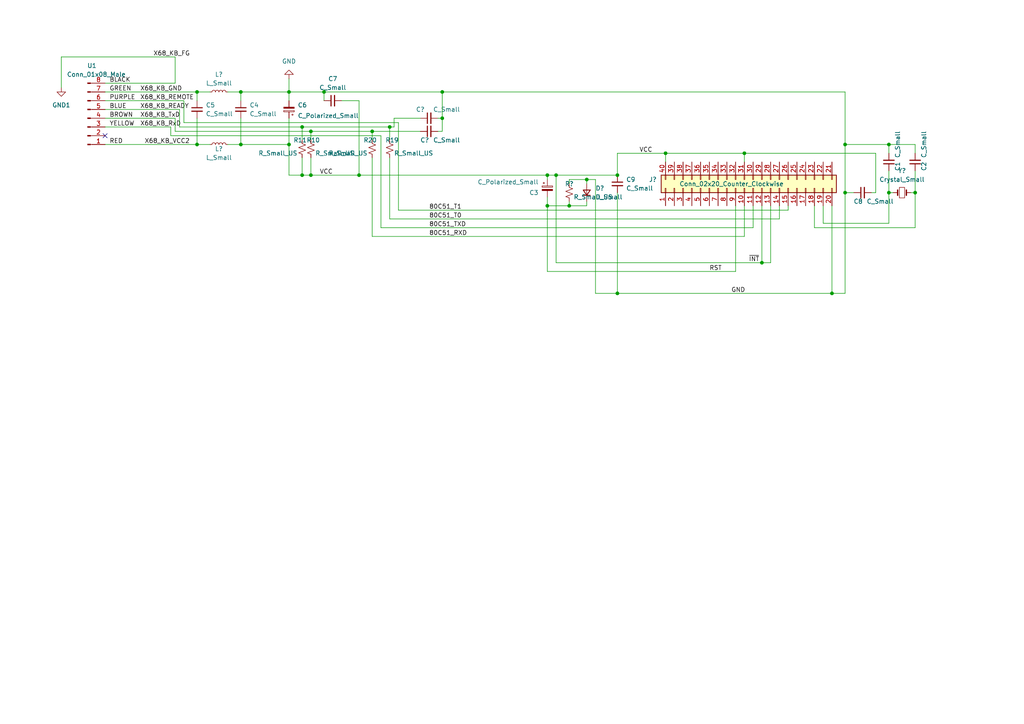
<source format=kicad_sch>
(kicad_sch (version 20211123) (generator eeschema)
  (paper "A4")
  (lib_symbols
    (symbol "Connector:Conn_01x08_Male" (pin_names (offset 1.016) hide)
      (property "Reference" "J" (at 0 10.16 0))
      (property "Value" "Conn_01x08_Male" (at 0 -12.7 0))
      (symbol "Conn_01x08_Male_1_1"
        (polyline (pts (xy 1.27 -10.16) (xy 0.8636 -10.16)) (stroke (width 0.1524)))
        (polyline (pts (xy 1.27 -7.62) (xy 0.8636 -7.62)) (stroke (width 0.1524)))
        (polyline (pts (xy 1.27 -5.08) (xy 0.8636 -5.08)) (stroke (width 0.1524)))
        (polyline (pts (xy 1.27 -2.54) (xy 0.8636 -2.54)) (stroke (width 0.1524)))
        (polyline (pts (xy 1.27 0) (xy 0.8636 0)) (stroke (width 0.1524)))
        (polyline (pts (xy 1.27 2.54) (xy 0.8636 2.54)) (stroke (width 0.1524)))
        (polyline (pts (xy 1.27 5.08) (xy 0.8636 5.08)) (stroke (width 0.1524)))
        (polyline (pts (xy 1.27 7.62) (xy 0.8636 7.62)) (stroke (width 0.1524)))
        (rectangle (start 0.8636 -10.033) (end 0 -10.287) (stroke (width 0.1524)) (fill (type outline)))
        (rectangle (start 0.8636 -7.493) (end 0 -7.747) (stroke (width 0.1524)) (fill (type outline)))
        (rectangle (start 0.8636 -4.953) (end 0 -5.207) (stroke (width 0.1524)) (fill (type outline)))
        (rectangle (start 0.8636 -2.413) (end 0 -2.667) (stroke (width 0.1524)) (fill (type outline)))
        (rectangle (start 0.8636 0.127) (end 0 -0.127) (stroke (width 0.1524)) (fill (type outline)))
        (rectangle (start 0.8636 2.667) (end 0 2.413) (stroke (width 0.1524)) (fill (type outline)))
        (rectangle (start 0.8636 5.207) (end 0 4.953) (stroke (width 0.1524)) (fill (type outline)))
        (rectangle (start 0.8636 7.747) (end 0 7.493) (stroke (width 0.1524)) (fill (type outline)))
        (pin passive line (at 5.08 7.62 180) (length 3.81) (name "Pin_1") (number "1"))
        (pin passive line (at 5.08 5.08 180) (length 3.81) (name "Pin_2") (number "2"))
        (pin passive line (at 5.08 2.54 180) (length 3.81) (name "Pin_3") (number "3"))
        (pin passive line (at 5.08 0 180) (length 3.81) (name "Pin_4") (number "4"))
        (pin passive line (at 5.08 -2.54 180) (length 3.81) (name "Pin_5") (number "5"))
        (pin passive line (at 5.08 -5.08 180) (length 3.81) (name "Pin_6") (number "6"))
        (pin passive line (at 5.08 -7.62 180) (length 3.81) (name "Pin_7") (number "7"))
        (pin passive line (at 5.08 -10.16 180) (length 3.81) (name "Pin_8") (number "8"))
      )
    )
    (symbol "Connector_Generic:Conn_02x20_Counter_Clockwise" (pin_names (offset 1.016) hide)
      (property "Reference" "J" (at 1.27 25.4 0))
      (property "Value" "Conn_02x20_Counter_Clockwise" (at 1.27 -27.94 0))
      (symbol "Conn_02x20_Counter_Clockwise_1_1"
        (rectangle (start -1.27 -25.273) (end 0 -25.527) (stroke (width 0.1524)))
        (rectangle (start -1.27 -22.733) (end 0 -22.987) (stroke (width 0.1524)))
        (rectangle (start -1.27 -20.193) (end 0 -20.447) (stroke (width 0.1524)))
        (rectangle (start -1.27 -17.653) (end 0 -17.907) (stroke (width 0.1524)))
        (rectangle (start -1.27 -15.113) (end 0 -15.367) (stroke (width 0.1524)))
        (rectangle (start -1.27 -12.573) (end 0 -12.827) (stroke (width 0.1524)))
        (rectangle (start -1.27 -10.033) (end 0 -10.287) (stroke (width 0.1524)))
        (rectangle (start -1.27 -7.493) (end 0 -7.747) (stroke (width 0.1524)))
        (rectangle (start -1.27 -4.953) (end 0 -5.207) (stroke (width 0.1524)))
        (rectangle (start -1.27 -2.413) (end 0 -2.667) (stroke (width 0.1524)))
        (rectangle (start -1.27 0.127) (end 0 -0.127) (stroke (width 0.1524)))
        (rectangle (start -1.27 2.667) (end 0 2.413) (stroke (width 0.1524)))
        (rectangle (start -1.27 5.207) (end 0 4.953) (stroke (width 0.1524)))
        (rectangle (start -1.27 7.747) (end 0 7.493) (stroke (width 0.1524)))
        (rectangle (start -1.27 10.287) (end 0 10.033) (stroke (width 0.1524)))
        (rectangle (start -1.27 12.827) (end 0 12.573) (stroke (width 0.1524)))
        (rectangle (start -1.27 15.367) (end 0 15.113) (stroke (width 0.1524)))
        (rectangle (start -1.27 17.907) (end 0 17.653) (stroke (width 0.1524)))
        (rectangle (start -1.27 20.447) (end 0 20.193) (stroke (width 0.1524)))
        (rectangle (start -1.27 22.987) (end 0 22.733) (stroke (width 0.1524)))
        (rectangle (start -1.27 24.13) (end 3.81 -26.67) (stroke (width 0.254)) (fill (type background)))
        (rectangle (start 3.81 -25.273) (end 2.54 -25.527) (stroke (width 0.1524)))
        (rectangle (start 3.81 -22.733) (end 2.54 -22.987) (stroke (width 0.1524)))
        (rectangle (start 3.81 -20.193) (end 2.54 -20.447) (stroke (width 0.1524)))
        (rectangle (start 3.81 -17.653) (end 2.54 -17.907) (stroke (width 0.1524)))
        (rectangle (start 3.81 -15.113) (end 2.54 -15.367) (stroke (width 0.1524)))
        (rectangle (start 3.81 -12.573) (end 2.54 -12.827) (stroke (width 0.1524)))
        (rectangle (start 3.81 -10.033) (end 2.54 -10.287) (stroke (width 0.1524)))
        (rectangle (start 3.81 -7.493) (end 2.54 -7.747) (stroke (width 0.1524)))
        (rectangle (start 3.81 -4.953) (end 2.54 -5.207) (stroke (width 0.1524)))
        (rectangle (start 3.81 -2.413) (end 2.54 -2.667) (stroke (width 0.1524)))
        (rectangle (start 3.81 0.127) (end 2.54 -0.127) (stroke (width 0.1524)))
        (rectangle (start 3.81 2.667) (end 2.54 2.413) (stroke (width 0.1524)))
        (rectangle (start 3.81 5.207) (end 2.54 4.953) (stroke (width 0.1524)))
        (rectangle (start 3.81 7.747) (end 2.54 7.493) (stroke (width 0.1524)))
        (rectangle (start 3.81 10.287) (end 2.54 10.033) (stroke (width 0.1524)))
        (rectangle (start 3.81 12.827) (end 2.54 12.573) (stroke (width 0.1524)))
        (rectangle (start 3.81 15.367) (end 2.54 15.113) (stroke (width 0.1524)))
        (rectangle (start 3.81 17.907) (end 2.54 17.653) (stroke (width 0.1524)))
        (rectangle (start 3.81 20.447) (end 2.54 20.193) (stroke (width 0.1524)))
        (rectangle (start 3.81 22.987) (end 2.54 22.733) (stroke (width 0.1524)))
        (pin passive line (at -5.08 22.86 0) (length 3.81) (name "Pin_1") (number "1"))
        (pin passive line (at -5.08 0 0) (length 3.81) (name "Pin_10") (number "10"))
        (pin passive line (at -5.08 -2.54 0) (length 3.81) (name "Pin_11") (number "11"))
        (pin passive line (at -5.08 -5.08 0) (length 3.81) (name "Pin_12") (number "12"))
        (pin passive line (at -5.08 -7.62 0) (length 3.81) (name "Pin_13") (number "13"))
        (pin passive line (at -5.08 -10.16 0) (length 3.81) (name "Pin_14") (number "14"))
        (pin passive line (at -5.08 -12.7 0) (length 3.81) (name "Pin_15") (number "15"))
        (pin passive line (at -5.08 -15.24 0) (length 3.81) (name "Pin_16") (number "16"))
        (pin passive line (at -5.08 -17.78 0) (length 3.81) (name "Pin_17") (number "17"))
        (pin passive line (at -5.08 -20.32 0) (length 3.81) (name "Pin_18") (number "18"))
        (pin passive line (at -5.08 -22.86 0) (length 3.81) (name "Pin_19") (number "19"))
        (pin passive line (at -5.08 20.32 0) (length 3.81) (name "Pin_2") (number "2"))
        (pin passive line (at -5.08 -25.4 0) (length 3.81) (name "Pin_20") (number "20"))
        (pin passive line (at 7.62 -25.4 180) (length 3.81) (name "Pin_21") (number "21"))
        (pin passive line (at 7.62 -22.86 180) (length 3.81) (name "Pin_22") (number "22"))
        (pin passive line (at 7.62 -20.32 180) (length 3.81) (name "Pin_23") (number "23"))
        (pin passive line (at 7.62 -17.78 180) (length 3.81) (name "Pin_24") (number "24"))
        (pin passive line (at 7.62 -15.24 180) (length 3.81) (name "Pin_25") (number "25"))
        (pin passive line (at 7.62 -12.7 180) (length 3.81) (name "Pin_26") (number "26"))
        (pin passive line (at 7.62 -10.16 180) (length 3.81) (name "Pin_27") (number "27"))
        (pin passive line (at 7.62 -7.62 180) (length 3.81) (name "Pin_28") (number "28"))
        (pin passive line (at 7.62 -5.08 180) (length 3.81) (name "Pin_29") (number "29"))
        (pin passive line (at -5.08 17.78 0) (length 3.81) (name "Pin_3") (number "3"))
        (pin passive line (at 7.62 -2.54 180) (length 3.81) (name "Pin_30") (number "30"))
        (pin passive line (at 7.62 0 180) (length 3.81) (name "Pin_31") (number "31"))
        (pin passive line (at 7.62 2.54 180) (length 3.81) (name "Pin_32") (number "32"))
        (pin passive line (at 7.62 5.08 180) (length 3.81) (name "Pin_33") (number "33"))
        (pin passive line (at 7.62 7.62 180) (length 3.81) (name "Pin_34") (number "34"))
        (pin passive line (at 7.62 10.16 180) (length 3.81) (name "Pin_35") (number "35"))
        (pin passive line (at 7.62 12.7 180) (length 3.81) (name "Pin_36") (number "36"))
        (pin passive line (at 7.62 15.24 180) (length 3.81) (name "Pin_37") (number "37"))
        (pin passive line (at 7.62 17.78 180) (length 3.81) (name "Pin_38") (number "38"))
        (pin passive line (at 7.62 20.32 180) (length 3.81) (name "Pin_39") (number "39"))
        (pin passive line (at -5.08 15.24 0) (length 3.81) (name "Pin_4") (number "4"))
        (pin passive line (at 7.62 22.86 180) (length 3.81) (name "Pin_40") (number "40"))
        (pin passive line (at -5.08 12.7 0) (length 3.81) (name "Pin_5") (number "5"))
        (pin passive line (at -5.08 10.16 0) (length 3.81) (name "Pin_6") (number "6"))
        (pin passive line (at -5.08 7.62 0) (length 3.81) (name "Pin_7") (number "7"))
        (pin passive line (at -5.08 5.08 0) (length 3.81) (name "Pin_8") (number "8"))
        (pin passive line (at -5.08 2.54 0) (length 3.81) (name "Pin_9") (number "9"))
      )
    )
    (symbol "Device:C_Polarized_Small" (pin_numbers hide) (pin_names (offset 0.254) hide)
      (property "Reference" "C" (at 0.254 1.778 0))
      (property "Value" "C_Polarized_Small" (at 0.254 -2.032 0))
      (symbol "C_Polarized_Small_0_1"
        (rectangle (start -1.524 -0.3048) (end 1.524 -0.6858) (fill (type outline)))
        (rectangle (start -1.524 0.6858) (end 1.524 0.3048))
        (polyline (pts (xy -1.27 1.524) (xy -0.762 1.524)))
        (polyline (pts (xy -1.016 1.27) (xy -1.016 1.778)))
      )
      (symbol "C_Polarized_Small_1_1"
        (pin passive line (at 0 2.54 270) (length 1.8542) (name "~") (number "1"))
        (pin passive line (at 0 -2.54 90) (length 1.8542) (name "~") (number "2"))
      )
    )
    (symbol "Device:C_Small" (pin_numbers hide) (pin_names (offset 0.254) hide)
      (property "Reference" "C" (at 0.254 1.778 0))
      (property "Value" "C_Small" (at 0.254 -2.032 0))
      (symbol "C_Small_0_1"
        (polyline (pts (xy -1.524 -0.508) (xy 1.524 -0.508)) (stroke (width 0.3302)))
        (polyline (pts (xy -1.524 0.508) (xy 1.524 0.508)) (stroke (width 0.3048)))
      )
      (symbol "C_Small_1_1"
        (pin passive line (at 0 2.54 270) (length 2.032) (name "~") (number "1"))
        (pin passive line (at 0 -2.54 90) (length 2.032) (name "~") (number "2"))
      )
    )
    (symbol "Device:Crystal_Small" (pin_numbers hide) (pin_names (offset 1.016) hide)
      (property "Reference" "Y" (at 0 2.54 0))
      (property "Value" "Crystal_Small" (at 0 -2.54 0))
      (symbol "Crystal_Small_0_1"
        (rectangle (start -0.762 -1.524) (end 0.762 1.524))
        (polyline (pts (xy -1.27 -0.762) (xy -1.27 0.762)) (stroke (width 0.381)))
        (polyline (pts (xy 1.27 -0.762) (xy 1.27 0.762)) (stroke (width 0.381)))
      )
      (symbol "Crystal_Small_1_1"
        (pin passive line (at -2.54 0 0) (length 1.27) (name "1") (number "1"))
        (pin passive line (at 2.54 0 180) (length 1.27) (name "2") (number "2"))
      )
    )
    (symbol "Device:D_Small" (pin_numbers hide) (pin_names (offset 0.254) hide)
      (property "Reference" "D" (at -1.27 2.032 0))
      (property "Value" "D_Small" (at -3.81 -2.032 0))
      (symbol "D_Small_0_1"
        (polyline (pts (xy -0.762 -1.016) (xy -0.762 1.016)) (stroke (width 0.254)))
        (polyline (pts (xy -0.762 0) (xy 0.762 0)))
        (polyline (pts (xy 0.762 -1.016) (xy -0.762 0) (xy 0.762 1.016) (xy 0.762 -1.016)) (stroke (width 0.254)))
      )
      (symbol "D_Small_1_1"
        (pin passive line (at -2.54 0 0) (length 1.778) (name "K") (number "1"))
        (pin passive line (at 2.54 0 180) (length 1.778) (name "A") (number "2"))
      )
    )
    (symbol "Device:L_Small" (pin_numbers hide) (pin_names (offset 0.254) hide)
      (property "Reference" "L" (at 0.762 1.016 0))
      (property "Value" "L_Small" (at 0.762 -1.016 0))
      (symbol "L_Small_0_1"
        (arc (start 0 -2.032) (mid 0.508 -1.524) (end 0 -1.016))
        (arc (start 0 -1.016) (mid 0.508 -0.508) (end 0 0))
        (arc (start 0 0) (mid 0.508 0.508) (end 0 1.016))
        (arc (start 0 1.016) (mid 0.508 1.524) (end 0 2.032))
      )
      (symbol "L_Small_1_1"
        (pin passive line (at 0 2.54 270) (length 0.508) (name "~") (number "1"))
        (pin passive line (at 0 -2.54 90) (length 0.508) (name "~") (number "2"))
      )
    )
    (symbol "Device:R_Small_US" (pin_numbers hide) (pin_names (offset 0.254) hide)
      (property "Reference" "R" (at 0.762 0.508 0))
      (property "Value" "R_Small_US" (at 0.762 -1.016 0))
      (symbol "R_Small_US_1_1"
        (polyline (pts (xy 0 0) (xy 1.016 -0.381) (xy 0 -0.762) (xy -1.016 -1.143) (xy 0 -1.524)))
        (polyline (pts (xy 0 1.524) (xy 1.016 1.143) (xy 0 0.762) (xy -1.016 0.381) (xy 0 0)))
        (pin passive line (at 0 2.54 270) (length 1.016) (name "~") (number "1"))
        (pin passive line (at 0 -2.54 90) (length 1.016) (name "~") (number "2"))
      )
    )
    (symbol "power:GND" (power) (pin_names (offset 0))
      (property "Value" "GND" (at 0 -3.81 0))
      (symbol "GND_0_1"
        (polyline (pts (xy 0 0) (xy 0 -1.27) (xy 1.27 -1.27) (xy 0 -2.54) (xy -1.27 -1.27) (xy 0 -1.27)))
      )
      (symbol "GND_1_1"
        (pin power_in line (at 0 0 270) (length 0) hide (name "GND") (number "1"))
      )
    )
    (symbol "power:GND1" (power) (pin_names (offset 0))
      (property "Value" "GND1" (at 0 -3.81 0))
      (symbol "GND1_0_1"
        (polyline (pts (xy 0 0) (xy 0 -1.27) (xy 1.27 -1.27) (xy 0 -2.54) (xy -1.27 -1.27) (xy 0 -1.27)))
      )
      (symbol "GND1_1_1"
        (pin power_in line (at 0 0 270) (length 0) hide (name "GND1") (number "1"))
      )
    )
  )
  (junction (at 179.07 85.09))
  (junction (at 158.75 59.69))
  (junction (at 220.98 76.2))
  (junction (at 83.82 26.67))
  (junction (at 257.81 41.91))
  (junction (at 215.9 44.45))
  (junction (at 90.17 38.1))
  (junction (at 170.18 52.07))
  (junction (at 104.14 50.8))
  (junction (at 69.85 41.91))
  (junction (at 245.11 55.88))
  (junction (at 241.3 85.09))
  (junction (at 179.07 50.8))
  (junction (at 87.63 36.83))
  (junction (at 107.95 38.1))
  (junction (at 69.85 26.67))
  (junction (at 57.15 26.67))
  (junction (at 113.03 36.83))
  (junction (at 158.75 50.8))
  (junction (at 57.15 41.91))
  (junction (at 245.11 41.91))
  (junction (at 93.98 26.67))
  (junction (at 265.43 55.88))
  (junction (at 193.04 44.45))
  (junction (at 128.27 34.29))
  (junction (at 257.81 55.88))
  (junction (at 128.27 26.67))
  (junction (at 87.63 50.8))
  (junction (at 161.29 50.8))
  (junction (at 165.1 59.69))
  (junction (at 90.17 50.8))
  (junction (at 83.82 41.91))
  (no_connect (at 30.48 39.37))
  (wire (pts (xy 50.8 34.29) (xy 50.8 38.1)))
  (wire (pts (xy 161.29 50.8) (xy 179.07 50.8)))
  (wire (pts (xy 50.8 38.1) (xy 90.17 38.1)))
  (wire (pts (xy 172.72 52.07) (xy 172.72 85.09)))
  (wire (pts (xy 226.06 63.5) (xy 113.03 63.5)))
  (wire (pts (xy 236.22 59.69) (xy 236.22 66.04)))
  (wire (pts (xy 107.95 45.72) (xy 107.95 68.58)))
  (wire (pts (xy 104.14 29.21) (xy 104.14 50.8)))
  (wire (pts (xy 265.43 44.45) (xy 265.43 41.91)))
  (wire (pts (xy 52.07 36.83) (xy 87.63 36.83)))
  (wire (pts (xy 99.06 29.21) (xy 104.14 29.21)))
  (wire (pts (xy 115.57 35.56) (xy 115.57 60.96)))
  (wire (pts (xy 87.63 45.72) (xy 87.63 50.8)))
  (wire (pts (xy 50.8 24.13) (xy 50.8 16.51)))
  (wire (pts (xy 228.6 60.96) (xy 115.57 60.96)))
  (wire (pts (xy 158.75 78.74) (xy 158.75 59.69)))
  (wire (pts (xy 252.73 55.88) (xy 254 55.88)))
  (wire (pts (xy 127 38.1) (xy 128.27 38.1)))
  (wire (pts (xy 83.82 22.86) (xy 83.82 26.67)))
  (wire (pts (xy 223.52 59.69) (xy 223.52 76.2)))
  (wire (pts (xy 226.06 59.69) (xy 226.06 63.5)))
  (wire (pts (xy 60.96 41.91) (xy 57.15 41.91)))
  (wire (pts (xy 57.15 26.67) (xy 57.15 29.21)))
  (wire (pts (xy 257.81 49.53) (xy 257.81 55.88)))
  (wire (pts (xy 113.03 36.83) (xy 113.03 40.64)))
  (wire (pts (xy 90.17 38.1) (xy 107.95 38.1)))
  (wire (pts (xy 265.43 66.04) (xy 265.43 55.88)))
  (wire (pts (xy 193.04 46.99) (xy 193.04 44.45)))
  (wire (pts (xy 110.49 39.37) (xy 110.49 66.04)))
  (wire (pts (xy 127 34.29) (xy 128.27 34.29)))
  (wire (pts (xy 158.75 50.8) (xy 161.29 50.8)))
  (wire (pts (xy 50.8 16.51) (xy 17.78 16.51)))
  (wire (pts (xy 257.81 41.91) (xy 265.43 41.91)))
  (wire (pts (xy 158.75 57.15) (xy 158.75 59.69)))
  (wire (pts (xy 52.07 31.75) (xy 30.48 31.75)))
  (wire (pts (xy 30.48 26.67) (xy 57.15 26.67)))
  (wire (pts (xy 165.1 53.34) (xy 165.1 52.07)))
  (wire (pts (xy 241.3 85.09) (xy 179.07 85.09)))
  (wire (pts (xy 114.3 34.29) (xy 114.3 36.83)))
  (wire (pts (xy 218.44 59.69) (xy 218.44 66.04)))
  (wire (pts (xy 241.3 59.69) (xy 241.3 85.09)))
  (wire (pts (xy 213.36 59.69) (xy 213.36 78.74)))
  (wire (pts (xy 90.17 38.1) (xy 90.17 40.64)))
  (wire (pts (xy 113.03 45.72) (xy 113.03 63.5)))
  (wire (pts (xy 161.29 76.2) (xy 220.98 76.2)))
  (wire (pts (xy 114.3 34.29) (xy 121.92 34.29)))
  (wire (pts (xy 30.48 24.13) (xy 50.8 24.13)))
  (wire (pts (xy 66.04 26.67) (xy 69.85 26.67)))
  (wire (pts (xy 83.82 41.91) (xy 83.82 50.8)))
  (wire (pts (xy 228.6 59.69) (xy 228.6 60.96)))
  (wire (pts (xy 83.82 34.29) (xy 83.82 41.91)))
  (wire (pts (xy 215.9 44.45) (xy 193.04 44.45)))
  (wire (pts (xy 158.75 52.07) (xy 158.75 50.8)))
  (wire (pts (xy 49.53 36.83) (xy 30.48 36.83)))
  (wire (pts (xy 245.11 41.91) (xy 245.11 55.88)))
  (wire (pts (xy 110.49 39.37) (xy 49.53 39.37)))
  (wire (pts (xy 83.82 26.67) (xy 93.98 26.67)))
  (wire (pts (xy 90.17 50.8) (xy 104.14 50.8)))
  (wire (pts (xy 165.1 52.07) (xy 170.18 52.07)))
  (wire (pts (xy 257.81 64.77) (xy 238.76 64.77)))
  (wire (pts (xy 30.48 41.91) (xy 57.15 41.91)))
  (wire (pts (xy 87.63 36.83) (xy 87.63 40.64)))
  (wire (pts (xy 57.15 34.29) (xy 57.15 41.91)))
  (wire (pts (xy 193.04 44.45) (xy 179.07 44.45)))
  (wire (pts (xy 83.82 26.67) (xy 69.85 26.67)))
  (wire (pts (xy 128.27 34.29) (xy 128.27 38.1)))
  (wire (pts (xy 215.9 68.58) (xy 107.95 68.58)))
  (wire (pts (xy 83.82 50.8) (xy 87.63 50.8)))
  (wire (pts (xy 93.98 26.67) (xy 128.27 26.67)))
  (wire (pts (xy 218.44 66.04) (xy 110.49 66.04)))
  (wire (pts (xy 52.07 36.83) (xy 52.07 31.75)))
  (wire (pts (xy 265.43 55.88) (xy 264.16 55.88)))
  (wire (pts (xy 53.34 35.56) (xy 115.57 35.56)))
  (wire (pts (xy 245.11 26.67) (xy 245.11 41.91)))
  (wire (pts (xy 83.82 26.67) (xy 83.82 29.21)))
  (wire (pts (xy 107.95 38.1) (xy 121.92 38.1)))
  (wire (pts (xy 17.78 16.51) (xy 17.78 25.4)))
  (wire (pts (xy 165.1 59.69) (xy 170.18 59.69)))
  (wire (pts (xy 257.81 55.88) (xy 257.81 64.77)))
  (wire (pts (xy 60.96 26.67) (xy 57.15 26.67)))
  (wire (pts (xy 259.08 55.88) (xy 257.81 55.88)))
  (wire (pts (xy 236.22 66.04) (xy 265.43 66.04)))
  (wire (pts (xy 245.11 41.91) (xy 257.81 41.91)))
  (wire (pts (xy 161.29 50.8) (xy 161.29 76.2)))
  (wire (pts (xy 170.18 58.42) (xy 170.18 59.69)))
  (wire (pts (xy 223.52 76.2) (xy 220.98 76.2)))
  (wire (pts (xy 254 55.88) (xy 254 44.45)))
  (wire (pts (xy 90.17 50.8) (xy 90.17 45.72)))
  (wire (pts (xy 87.63 50.8) (xy 90.17 50.8)))
  (wire (pts (xy 170.18 52.07) (xy 170.18 53.34)))
  (wire (pts (xy 87.63 36.83) (xy 113.03 36.83)))
  (wire (pts (xy 172.72 85.09) (xy 179.07 85.09)))
  (wire (pts (xy 220.98 59.69) (xy 220.98 76.2)))
  (wire (pts (xy 93.98 26.67) (xy 93.98 29.21)))
  (wire (pts (xy 245.11 55.88) (xy 247.65 55.88)))
  (wire (pts (xy 128.27 34.29) (xy 128.27 26.67)))
  (wire (pts (xy 30.48 29.21) (xy 53.34 29.21)))
  (wire (pts (xy 257.81 41.91) (xy 257.81 44.45)))
  (wire (pts (xy 165.1 59.69) (xy 165.1 58.42)))
  (wire (pts (xy 170.18 52.07) (xy 172.72 52.07)))
  (wire (pts (xy 213.36 78.74) (xy 158.75 78.74)))
  (wire (pts (xy 215.9 59.69) (xy 215.9 68.58)))
  (wire (pts (xy 179.07 85.09) (xy 179.07 55.88)))
  (wire (pts (xy 49.53 39.37) (xy 49.53 36.83)))
  (wire (pts (xy 30.48 34.29) (xy 50.8 34.29)))
  (wire (pts (xy 69.85 41.91) (xy 66.04 41.91)))
  (wire (pts (xy 128.27 26.67) (xy 245.11 26.67)))
  (wire (pts (xy 69.85 26.67) (xy 69.85 29.21)))
  (wire (pts (xy 265.43 49.53) (xy 265.43 55.88)))
  (wire (pts (xy 69.85 34.29) (xy 69.85 41.91)))
  (wire (pts (xy 113.03 36.83) (xy 114.3 36.83)))
  (wire (pts (xy 107.95 38.1) (xy 107.95 40.64)))
  (wire (pts (xy 53.34 29.21) (xy 53.34 35.56)))
  (wire (pts (xy 104.14 50.8) (xy 158.75 50.8)))
  (wire (pts (xy 245.11 55.88) (xy 245.11 85.09)))
  (wire (pts (xy 158.75 59.69) (xy 165.1 59.69)))
  (wire (pts (xy 241.3 85.09) (xy 245.11 85.09)))
  (wire (pts (xy 238.76 64.77) (xy 238.76 59.69)))
  (wire (pts (xy 215.9 44.45) (xy 215.9 46.99)))
  (wire (pts (xy 254 44.45) (xy 215.9 44.45)))
  (wire (pts (xy 179.07 44.45) (xy 179.07 50.8)))
  (wire (pts (xy 83.82 41.91) (xy 69.85 41.91)))
  (label "BLACK" (at 31.75 24.13 0))
  (label "RST" (at 205.74 78.74 0))
  (label "X68_KB_RxD" (at 40.64 36.83 0))
  (label "BROWN" (at 31.75 34.29 0))
  (label "X68_KB_READY" (at 40.64 31.75 0))
  (label "80C51_TXD" (at 124.46 66.04 0))
  (label "VCC" (at 185.42 44.45 0))
  (label "X68_KB_REMOTE" (at 40.64 29.21 0))
  (label "VCC" (at 92.71 50.8 0))
  (label "80C51_T1" (at 124.46 60.96 0))
  (label "YELLOW" (at 31.75 36.83 0))
  (label "X68_KB_FG" (at 44.45 16.51 0))
  (label "X68_KB_GND" (at 40.64 26.67 0))
  (label "GND" (at 212.09 85.09 0))
  (label "X68_KB_TxD" (at 40.64 34.29 0))
  (label "RED" (at 31.75 41.91 0))
  (label "~{INT}" (at 217.17 76.2 0))
  (label "BLUE" (at 31.75 31.75 0))
  (label "GREEN" (at 31.75 26.67 0))
  (label "X68_KB_VCC2" (at 41.91 41.91 0))
  (label "PURPLE" (at 31.75 29.21 0))
  (label "80C51_RXD" (at 124.46 68.58 0))
  (label "80C51_T0" (at 124.46 63.5 0))
  (symbol (lib_id "Device:Crystal_Small") (at 261.62 55.88 0) (unit 1)
    (property "Reference" "Y?" (at 261.62 49.53 0))
    (property "Value" "Crystal_Small" (at 261.62 52.07 0))
  )
  (symbol (lib_id "Device:C_Small") (at 69.85 31.75 0) (unit 1)
    (property "Reference" "C4" (at 72.39 30.4862 0) (effects (justify left)))
    (property "Value" "C_Small" (at 72.39 33.0262 0) (effects (justify left)))
  )
  (symbol (lib_id "Device:C_Small") (at 96.52 29.21 90) (unit 1)
    (property "Reference" "C7" (at 96.5263 22.86 90))
    (property "Value" "C_Small" (at 96.5263 25.4 90))
  )
  (symbol (lib_id "Device:C_Polarized_Small") (at 158.75 54.61 0) (unit 1)
    (property "Reference" "C3" (at 156.21 55.88 0) (effects (justify right)))
    (property "Value" "C_Polarized_Small" (at 156.21 52.794 0) (effects (justify right)))
  )
  (symbol (lib_id "Device:C_Small") (at 57.15 31.75 0) (unit 1)
    (property "Reference" "C5" (at 59.69 30.4862 0) (effects (justify left)))
    (property "Value" "C_Small" (at 59.69 33.0262 0) (effects (justify left)))
  )
  (symbol (lib_id "Device:C_Small") (at 124.46 38.1 90) (unit 1)
    (property "Reference" "C?" (at 123.19 40.64 90))
    (property "Value" "C_Small" (at 129.54 40.64 90))
  )
  (symbol (lib_id "power:GND1") (at 17.78 25.4 0) (unit 1)
    (property "Reference" "#PWR?" (effects hide))
    (property "Value" "GND1" (at 17.78 30.48 0))
  )
  (symbol (lib_id "Device:C_Polarized_Small") (at 83.82 31.75 180) (unit 1)
    (property "Reference" "C6" (at 86.36 30.48 0) (effects (justify right)))
    (property "Value" "C_Polarized_Small" (at 86.36 33.566 0) (effects (justify right)))
  )
  (symbol (lib_id "Device:R_Small_US") (at 107.95 43.18 0) (unit 1)
    (property "Reference" "R20" (at 105.41 40.64 0) (effects (justify left)))
    (property "Value" "R_Small_US" (at 95.25 44.45 0) (effects (justify left)))
  )
  (symbol (lib_id "Device:R_Small_US") (at 90.17 43.18 0) (unit 1)
    (property "Reference" "R10" (at 88.9 40.64 0) (effects (justify left)))
    (property "Value" "R_Small_US" (at 91.44 44.45 0) (effects (justify left)))
  )
  (symbol (lib_id "Device:C_Small") (at 179.07 53.34 0) (unit 1)
    (property "Reference" "C9" (at 181.61 52.0762 0) (effects (justify left)))
    (property "Value" "C_Small" (at 181.61 54.6162 0) (effects (justify left)))
  )
  (symbol (lib_id "Device:C_Small") (at 124.46 34.29 90) (unit 1)
    (property "Reference" "C?" (at 121.92 31.75 90))
    (property "Value" "C_Small" (at 129.54 31.75 90))
  )
  (symbol (lib_id "Device:L_Small") (at 63.5 26.67 90) (unit 1)
    (property "Reference" "L?" (at 63.5 21.59 90))
    (property "Value" "L_Small" (at 63.5 24.13 90))
  )
  (symbol (lib_id "Device:D_Small") (at 170.18 55.88 90) (unit 1)
    (property "Reference" "D?" (at 172.72 54.6099 90) (effects (justify right)))
    (property "Value" "D_Small" (at 172.72 57.1499 90) (effects (justify right)))
  )
  (symbol (lib_id "Device:C_Small") (at 250.19 55.88 90) (unit 1)
    (property "Reference" "C8" (at 248.92 58.42 90))
    (property "Value" "C_Small" (at 255.27 58.42 90))
  )
  (symbol (lib_id "Device:L_Small") (at 63.5 41.91 90) (unit 1)
    (property "Reference" "L?" (at 63.5 43.18 90))
    (property "Value" "L_Small" (at 63.5 45.72 90))
  )
  (symbol (lib_id "Connector_Generic:Conn_02x20_Counter_Clockwise") (at 215.9 54.61 90) (unit 1)
    (property "Reference" "J?" (at 190.5 52.0699 90) (effects (justify left)))
    (property "Value" "Conn_02x20_Counter_Clockwise" (at 227.33 53.34 90) (effects (justify left)))
  )
  (symbol (lib_id "power:GND") (at 83.82 22.86 180) (unit 1)
    (property "Reference" "#PWR?" (effects hide))
    (property "Value" "GND" (at 83.82 17.78 0))
  )
  (symbol (lib_id "Device:C_Small") (at 257.81 46.99 180) (unit 1)
    (property "Reference" "C1" (at 260.35 48.26 90))
    (property "Value" "C_Small" (at 260.35 41.91 90))
  )
  (symbol (lib_id "Device:C_Small") (at 265.43 46.99 180) (unit 1)
    (property "Reference" "C2" (at 267.97 48.26 90))
    (property "Value" "C_Small" (at 267.97 41.91 90))
  )
  (symbol (lib_id "Connector:Conn_01x08_Male") (at 25.4 34.29 0) (mirror x) (unit 1)
    (property "Reference" "U1" (at 26.67 19.05 0))
    (property "Value" "Conn_01x08_Male" (at 27.94 21.59 0))
  )
  (symbol (lib_id "Device:R_Small_US") (at 165.1 55.88 0) (unit 1)
    (property "Reference" "R?" (at 163.83 53.34 0) (effects (justify left)))
    (property "Value" "R_Small_US" (at 166.37 57.15 0) (effects (justify left)))
  )
  (symbol (lib_id "Device:R_Small_US") (at 113.03 43.18 0) (unit 1)
    (property "Reference" "R19" (at 111.76 40.64 0) (effects (justify left)))
    (property "Value" "R_Small_US" (at 114.3 44.45 0) (effects (justify left)))
  )
  (symbol (lib_id "Device:R_Small_US") (at 87.63 43.18 0) (unit 1)
    (property "Reference" "R11" (at 85.09 40.64 0) (effects (justify left)))
    (property "Value" "R_Small_US" (at 74.93 44.45 0) (effects (justify left)))
  )
)
</source>
